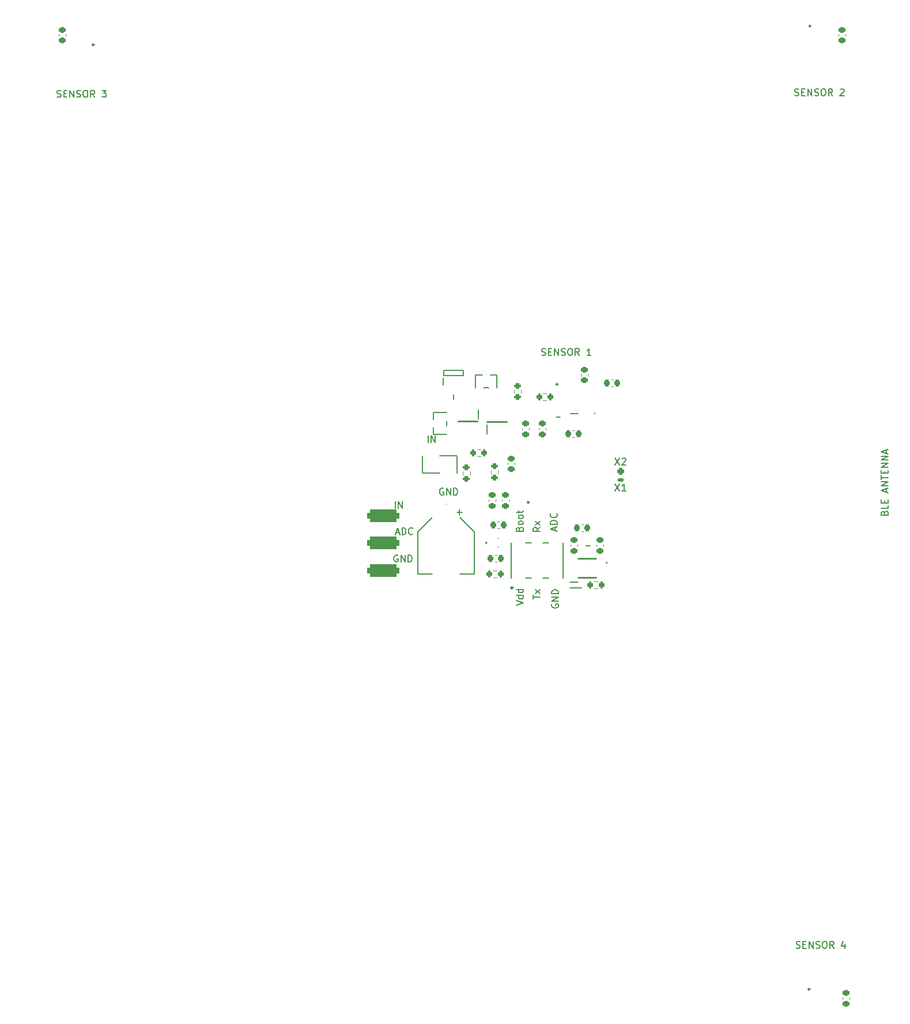
<source format=gto>
G04 #@! TF.GenerationSoftware,KiCad,Pcbnew,7.0.6*
G04 #@! TF.CreationDate,2023-08-25T15:25:40+01:00*
G04 #@! TF.ProjectId,gdp_flexible,6764705f-666c-4657-9869-626c652e6b69,1.0*
G04 #@! TF.SameCoordinates,Original*
G04 #@! TF.FileFunction,Legend,Top*
G04 #@! TF.FilePolarity,Positive*
%FSLAX46Y46*%
G04 Gerber Fmt 4.6, Leading zero omitted, Abs format (unit mm)*
G04 Created by KiCad (PCBNEW 7.0.6) date 2023-08-25 15:25:40*
%MOMM*%
%LPD*%
G01*
G04 APERTURE LIST*
G04 Aperture macros list*
%AMRoundRect*
0 Rectangle with rounded corners*
0 $1 Rounding radius*
0 $2 $3 $4 $5 $6 $7 $8 $9 X,Y pos of 4 corners*
0 Add a 4 corners polygon primitive as box body*
4,1,4,$2,$3,$4,$5,$6,$7,$8,$9,$2,$3,0*
0 Add four circle primitives for the rounded corners*
1,1,$1+$1,$2,$3*
1,1,$1+$1,$4,$5*
1,1,$1+$1,$6,$7*
1,1,$1+$1,$8,$9*
0 Add four rect primitives between the rounded corners*
20,1,$1+$1,$2,$3,$4,$5,0*
20,1,$1+$1,$4,$5,$6,$7,0*
20,1,$1+$1,$6,$7,$8,$9,0*
20,1,$1+$1,$8,$9,$2,$3,0*%
G04 Aperture macros list end*
%ADD10C,0.150000*%
%ADD11C,0.200000*%
%ADD12C,0.120000*%
%ADD13C,0.254000*%
%ADD14C,0.127000*%
%ADD15C,0.250000*%
%ADD16C,0.050000*%
%ADD17C,0.100000*%
%ADD18C,0.152400*%
%ADD19C,0.300000*%
%ADD20R,1.000000X0.675000*%
%ADD21RoundRect,0.225000X0.225000X0.250000X-0.225000X0.250000X-0.225000X-0.250000X0.225000X-0.250000X0*%
%ADD22R,0.900000X1.000000*%
%ADD23RoundRect,0.200000X-0.200000X-0.275000X0.200000X-0.275000X0.200000X0.275000X-0.200000X0.275000X0*%
%ADD24RoundRect,0.225000X-0.250000X0.225000X-0.250000X-0.225000X0.250000X-0.225000X0.250000X0.225000X0*%
%ADD25R,1.000000X0.950000*%
%ADD26R,0.600000X1.300000*%
%ADD27RoundRect,0.101600X0.460450X0.485100X-0.460450X0.485100X-0.460450X-0.485100X0.460450X-0.485100X0*%
%ADD28RoundRect,0.101600X-0.460450X-0.485100X0.460450X-0.485100X0.460450X0.485100X-0.460450X0.485100X0*%
%ADD29RoundRect,0.225000X0.250000X-0.225000X0.250000X0.225000X-0.250000X0.225000X-0.250000X-0.225000X0*%
%ADD30R,0.350000X0.600000*%
%ADD31R,1.700000X1.100000*%
%ADD32R,1.450000X1.200000*%
%ADD33RoundRect,0.101600X-0.485100X0.460450X-0.485100X-0.460450X0.485100X-0.460450X0.485100X0.460450X0*%
%ADD34RoundRect,0.450000X-1.926875X0.450000X-1.926875X-0.450000X1.926875X-0.450000X1.926875X0.450000X0*%
%ADD35R,0.700000X0.420000*%
%ADD36R,1.100000X1.700000*%
%ADD37R,0.600000X0.350000*%
%ADD38RoundRect,0.200000X0.275000X-0.200000X0.275000X0.200000X-0.275000X0.200000X-0.275000X-0.200000X0*%
%ADD39R,1.000000X2.510000*%
%ADD40R,2.000000X4.000000*%
%ADD41R,1.000000X1.250000*%
%ADD42RoundRect,0.101600X0.450000X0.485100X-0.450000X0.485100X-0.450000X-0.485100X0.450000X-0.485100X0*%
%ADD43RoundRect,0.101600X0.466300X0.485100X-0.466300X0.485100X-0.466300X-0.485100X0.466300X-0.485100X0*%
%ADD44RoundRect,0.125000X-0.375000X-0.125000X0.375000X-0.125000X0.375000X0.125000X-0.375000X0.125000X0*%
%ADD45RoundRect,0.101600X0.485100X-0.460450X0.485100X0.460450X-0.485100X0.460450X-0.485100X-0.460450X0*%
%ADD46R,0.482600X1.117600*%
%ADD47RoundRect,0.225000X-0.225000X-0.250000X0.225000X-0.250000X0.225000X0.250000X-0.225000X0.250000X0*%
%ADD48RoundRect,0.200000X-0.275000X0.200000X-0.275000X-0.200000X0.275000X-0.200000X0.275000X0.200000X0*%
%ADD49R,1.270000X2.200000*%
%ADD50R,0.850000X0.750000*%
%ADD51RoundRect,0.200000X0.200000X0.275000X-0.200000X0.275000X-0.200000X-0.275000X0.200000X-0.275000X0*%
%ADD52R,0.300000X0.850000*%
%ADD53R,0.850000X0.300000*%
%ADD54R,5.700000X5.700000*%
%ADD55RoundRect,0.250000X-0.250000X-0.250000X0.250000X-0.250000X0.250000X0.250000X-0.250000X0.250000X0*%
%ADD56R,0.600000X1.000000*%
%ADD57R,1.117600X0.482600*%
G04 APERTURE END LIST*
D10*
X105076191Y-93254819D02*
X105076191Y-92254819D01*
X105552381Y-93254819D02*
X105552381Y-92254819D01*
X105552381Y-92254819D02*
X106123809Y-93254819D01*
X106123809Y-93254819D02*
X106123809Y-92254819D01*
X172159673Y-103570716D02*
X172207292Y-103427859D01*
X172207292Y-103427859D02*
X172254911Y-103380240D01*
X172254911Y-103380240D02*
X172350149Y-103332621D01*
X172350149Y-103332621D02*
X172493006Y-103332621D01*
X172493006Y-103332621D02*
X172588244Y-103380240D01*
X172588244Y-103380240D02*
X172635864Y-103427859D01*
X172635864Y-103427859D02*
X172683483Y-103523097D01*
X172683483Y-103523097D02*
X172683483Y-103904049D01*
X172683483Y-103904049D02*
X171683483Y-103904049D01*
X171683483Y-103904049D02*
X171683483Y-103570716D01*
X171683483Y-103570716D02*
X171731102Y-103475478D01*
X171731102Y-103475478D02*
X171778721Y-103427859D01*
X171778721Y-103427859D02*
X171873959Y-103380240D01*
X171873959Y-103380240D02*
X171969197Y-103380240D01*
X171969197Y-103380240D02*
X172064435Y-103427859D01*
X172064435Y-103427859D02*
X172112054Y-103475478D01*
X172112054Y-103475478D02*
X172159673Y-103570716D01*
X172159673Y-103570716D02*
X172159673Y-103904049D01*
X172683483Y-102427859D02*
X172683483Y-102904049D01*
X172683483Y-102904049D02*
X171683483Y-102904049D01*
X172159673Y-102094525D02*
X172159673Y-101761192D01*
X172683483Y-101618335D02*
X172683483Y-102094525D01*
X172683483Y-102094525D02*
X171683483Y-102094525D01*
X171683483Y-102094525D02*
X171683483Y-101618335D01*
X172397768Y-100475477D02*
X172397768Y-99999287D01*
X172683483Y-100570715D02*
X171683483Y-100237382D01*
X171683483Y-100237382D02*
X172683483Y-99904049D01*
X172683483Y-99570715D02*
X171683483Y-99570715D01*
X171683483Y-99570715D02*
X172683483Y-98999287D01*
X172683483Y-98999287D02*
X171683483Y-98999287D01*
X171683483Y-98665953D02*
X171683483Y-98094525D01*
X172683483Y-98380239D02*
X171683483Y-98380239D01*
X172159673Y-97761191D02*
X172159673Y-97427858D01*
X172683483Y-97285001D02*
X172683483Y-97761191D01*
X172683483Y-97761191D02*
X171683483Y-97761191D01*
X171683483Y-97761191D02*
X171683483Y-97285001D01*
X172683483Y-96856429D02*
X171683483Y-96856429D01*
X171683483Y-96856429D02*
X172683483Y-96285001D01*
X172683483Y-96285001D02*
X171683483Y-96285001D01*
X172683483Y-95808810D02*
X171683483Y-95808810D01*
X171683483Y-95808810D02*
X172683483Y-95237382D01*
X172683483Y-95237382D02*
X171683483Y-95237382D01*
X172397768Y-94808810D02*
X172397768Y-94332620D01*
X172683483Y-94904048D02*
X171683483Y-94570715D01*
X171683483Y-94570715D02*
X172683483Y-94237382D01*
X123769104Y-106138094D02*
X123769104Y-105661904D01*
X124054819Y-106233332D02*
X123054819Y-105899999D01*
X123054819Y-105899999D02*
X124054819Y-105566666D01*
X124054819Y-105233332D02*
X123054819Y-105233332D01*
X123054819Y-105233332D02*
X123054819Y-104995237D01*
X123054819Y-104995237D02*
X123102438Y-104852380D01*
X123102438Y-104852380D02*
X123197676Y-104757142D01*
X123197676Y-104757142D02*
X123292914Y-104709523D01*
X123292914Y-104709523D02*
X123483390Y-104661904D01*
X123483390Y-104661904D02*
X123626247Y-104661904D01*
X123626247Y-104661904D02*
X123816723Y-104709523D01*
X123816723Y-104709523D02*
X123911961Y-104757142D01*
X123911961Y-104757142D02*
X124007200Y-104852380D01*
X124007200Y-104852380D02*
X124054819Y-104995237D01*
X124054819Y-104995237D02*
X124054819Y-105233332D01*
X123959580Y-103661904D02*
X124007200Y-103709523D01*
X124007200Y-103709523D02*
X124054819Y-103852380D01*
X124054819Y-103852380D02*
X124054819Y-103947618D01*
X124054819Y-103947618D02*
X124007200Y-104090475D01*
X124007200Y-104090475D02*
X123911961Y-104185713D01*
X123911961Y-104185713D02*
X123816723Y-104233332D01*
X123816723Y-104233332D02*
X123626247Y-104280951D01*
X123626247Y-104280951D02*
X123483390Y-104280951D01*
X123483390Y-104280951D02*
X123292914Y-104233332D01*
X123292914Y-104233332D02*
X123197676Y-104185713D01*
X123197676Y-104185713D02*
X123102438Y-104090475D01*
X123102438Y-104090475D02*
X123054819Y-103947618D01*
X123054819Y-103947618D02*
X123054819Y-103852380D01*
X123054819Y-103852380D02*
X123102438Y-103709523D01*
X123102438Y-103709523D02*
X123150057Y-103661904D01*
X109319048Y-103473866D02*
X110080953Y-103473866D01*
X109700000Y-103854819D02*
X109700000Y-103092914D01*
X107338095Y-100002438D02*
X107242857Y-99954819D01*
X107242857Y-99954819D02*
X107100000Y-99954819D01*
X107100000Y-99954819D02*
X106957143Y-100002438D01*
X106957143Y-100002438D02*
X106861905Y-100097676D01*
X106861905Y-100097676D02*
X106814286Y-100192914D01*
X106814286Y-100192914D02*
X106766667Y-100383390D01*
X106766667Y-100383390D02*
X106766667Y-100526247D01*
X106766667Y-100526247D02*
X106814286Y-100716723D01*
X106814286Y-100716723D02*
X106861905Y-100811961D01*
X106861905Y-100811961D02*
X106957143Y-100907200D01*
X106957143Y-100907200D02*
X107100000Y-100954819D01*
X107100000Y-100954819D02*
X107195238Y-100954819D01*
X107195238Y-100954819D02*
X107338095Y-100907200D01*
X107338095Y-100907200D02*
X107385714Y-100859580D01*
X107385714Y-100859580D02*
X107385714Y-100526247D01*
X107385714Y-100526247D02*
X107195238Y-100526247D01*
X107814286Y-100954819D02*
X107814286Y-99954819D01*
X107814286Y-99954819D02*
X108385714Y-100954819D01*
X108385714Y-100954819D02*
X108385714Y-99954819D01*
X108861905Y-100954819D02*
X108861905Y-99954819D01*
X108861905Y-99954819D02*
X109100000Y-99954819D01*
X109100000Y-99954819D02*
X109242857Y-100002438D01*
X109242857Y-100002438D02*
X109338095Y-100097676D01*
X109338095Y-100097676D02*
X109385714Y-100192914D01*
X109385714Y-100192914D02*
X109433333Y-100383390D01*
X109433333Y-100383390D02*
X109433333Y-100526247D01*
X109433333Y-100526247D02*
X109385714Y-100716723D01*
X109385714Y-100716723D02*
X109338095Y-100811961D01*
X109338095Y-100811961D02*
X109242857Y-100907200D01*
X109242857Y-100907200D02*
X109100000Y-100954819D01*
X109100000Y-100954819D02*
X108861905Y-100954819D01*
X100361905Y-106469104D02*
X100838095Y-106469104D01*
X100266667Y-106754819D02*
X100600000Y-105754819D01*
X100600000Y-105754819D02*
X100933333Y-106754819D01*
X101266667Y-106754819D02*
X101266667Y-105754819D01*
X101266667Y-105754819D02*
X101504762Y-105754819D01*
X101504762Y-105754819D02*
X101647619Y-105802438D01*
X101647619Y-105802438D02*
X101742857Y-105897676D01*
X101742857Y-105897676D02*
X101790476Y-105992914D01*
X101790476Y-105992914D02*
X101838095Y-106183390D01*
X101838095Y-106183390D02*
X101838095Y-106326247D01*
X101838095Y-106326247D02*
X101790476Y-106516723D01*
X101790476Y-106516723D02*
X101742857Y-106611961D01*
X101742857Y-106611961D02*
X101647619Y-106707200D01*
X101647619Y-106707200D02*
X101504762Y-106754819D01*
X101504762Y-106754819D02*
X101266667Y-106754819D01*
X102838095Y-106659580D02*
X102790476Y-106707200D01*
X102790476Y-106707200D02*
X102647619Y-106754819D01*
X102647619Y-106754819D02*
X102552381Y-106754819D01*
X102552381Y-106754819D02*
X102409524Y-106707200D01*
X102409524Y-106707200D02*
X102314286Y-106611961D01*
X102314286Y-106611961D02*
X102266667Y-106516723D01*
X102266667Y-106516723D02*
X102219048Y-106326247D01*
X102219048Y-106326247D02*
X102219048Y-106183390D01*
X102219048Y-106183390D02*
X102266667Y-105992914D01*
X102266667Y-105992914D02*
X102314286Y-105897676D01*
X102314286Y-105897676D02*
X102409524Y-105802438D01*
X102409524Y-105802438D02*
X102552381Y-105754819D01*
X102552381Y-105754819D02*
X102647619Y-105754819D01*
X102647619Y-105754819D02*
X102790476Y-105802438D01*
X102790476Y-105802438D02*
X102838095Y-105850057D01*
X50580952Y-42507200D02*
X50723809Y-42554819D01*
X50723809Y-42554819D02*
X50961904Y-42554819D01*
X50961904Y-42554819D02*
X51057142Y-42507200D01*
X51057142Y-42507200D02*
X51104761Y-42459580D01*
X51104761Y-42459580D02*
X51152380Y-42364342D01*
X51152380Y-42364342D02*
X51152380Y-42269104D01*
X51152380Y-42269104D02*
X51104761Y-42173866D01*
X51104761Y-42173866D02*
X51057142Y-42126247D01*
X51057142Y-42126247D02*
X50961904Y-42078628D01*
X50961904Y-42078628D02*
X50771428Y-42031009D01*
X50771428Y-42031009D02*
X50676190Y-41983390D01*
X50676190Y-41983390D02*
X50628571Y-41935771D01*
X50628571Y-41935771D02*
X50580952Y-41840533D01*
X50580952Y-41840533D02*
X50580952Y-41745295D01*
X50580952Y-41745295D02*
X50628571Y-41650057D01*
X50628571Y-41650057D02*
X50676190Y-41602438D01*
X50676190Y-41602438D02*
X50771428Y-41554819D01*
X50771428Y-41554819D02*
X51009523Y-41554819D01*
X51009523Y-41554819D02*
X51152380Y-41602438D01*
X51580952Y-42031009D02*
X51914285Y-42031009D01*
X52057142Y-42554819D02*
X51580952Y-42554819D01*
X51580952Y-42554819D02*
X51580952Y-41554819D01*
X51580952Y-41554819D02*
X52057142Y-41554819D01*
X52485714Y-42554819D02*
X52485714Y-41554819D01*
X52485714Y-41554819D02*
X53057142Y-42554819D01*
X53057142Y-42554819D02*
X53057142Y-41554819D01*
X53485714Y-42507200D02*
X53628571Y-42554819D01*
X53628571Y-42554819D02*
X53866666Y-42554819D01*
X53866666Y-42554819D02*
X53961904Y-42507200D01*
X53961904Y-42507200D02*
X54009523Y-42459580D01*
X54009523Y-42459580D02*
X54057142Y-42364342D01*
X54057142Y-42364342D02*
X54057142Y-42269104D01*
X54057142Y-42269104D02*
X54009523Y-42173866D01*
X54009523Y-42173866D02*
X53961904Y-42126247D01*
X53961904Y-42126247D02*
X53866666Y-42078628D01*
X53866666Y-42078628D02*
X53676190Y-42031009D01*
X53676190Y-42031009D02*
X53580952Y-41983390D01*
X53580952Y-41983390D02*
X53533333Y-41935771D01*
X53533333Y-41935771D02*
X53485714Y-41840533D01*
X53485714Y-41840533D02*
X53485714Y-41745295D01*
X53485714Y-41745295D02*
X53533333Y-41650057D01*
X53533333Y-41650057D02*
X53580952Y-41602438D01*
X53580952Y-41602438D02*
X53676190Y-41554819D01*
X53676190Y-41554819D02*
X53914285Y-41554819D01*
X53914285Y-41554819D02*
X54057142Y-41602438D01*
X54676190Y-41554819D02*
X54866666Y-41554819D01*
X54866666Y-41554819D02*
X54961904Y-41602438D01*
X54961904Y-41602438D02*
X55057142Y-41697676D01*
X55057142Y-41697676D02*
X55104761Y-41888152D01*
X55104761Y-41888152D02*
X55104761Y-42221485D01*
X55104761Y-42221485D02*
X55057142Y-42411961D01*
X55057142Y-42411961D02*
X54961904Y-42507200D01*
X54961904Y-42507200D02*
X54866666Y-42554819D01*
X54866666Y-42554819D02*
X54676190Y-42554819D01*
X54676190Y-42554819D02*
X54580952Y-42507200D01*
X54580952Y-42507200D02*
X54485714Y-42411961D01*
X54485714Y-42411961D02*
X54438095Y-42221485D01*
X54438095Y-42221485D02*
X54438095Y-41888152D01*
X54438095Y-41888152D02*
X54485714Y-41697676D01*
X54485714Y-41697676D02*
X54580952Y-41602438D01*
X54580952Y-41602438D02*
X54676190Y-41554819D01*
X56104761Y-42554819D02*
X55771428Y-42078628D01*
X55533333Y-42554819D02*
X55533333Y-41554819D01*
X55533333Y-41554819D02*
X55914285Y-41554819D01*
X55914285Y-41554819D02*
X56009523Y-41602438D01*
X56009523Y-41602438D02*
X56057142Y-41650057D01*
X56057142Y-41650057D02*
X56104761Y-41745295D01*
X56104761Y-41745295D02*
X56104761Y-41888152D01*
X56104761Y-41888152D02*
X56057142Y-41983390D01*
X56057142Y-41983390D02*
X56009523Y-42031009D01*
X56009523Y-42031009D02*
X55914285Y-42078628D01*
X55914285Y-42078628D02*
X55533333Y-42078628D01*
X57200000Y-41554819D02*
X57819047Y-41554819D01*
X57819047Y-41554819D02*
X57485714Y-41935771D01*
X57485714Y-41935771D02*
X57628571Y-41935771D01*
X57628571Y-41935771D02*
X57723809Y-41983390D01*
X57723809Y-41983390D02*
X57771428Y-42031009D01*
X57771428Y-42031009D02*
X57819047Y-42126247D01*
X57819047Y-42126247D02*
X57819047Y-42364342D01*
X57819047Y-42364342D02*
X57771428Y-42459580D01*
X57771428Y-42459580D02*
X57723809Y-42507200D01*
X57723809Y-42507200D02*
X57628571Y-42554819D01*
X57628571Y-42554819D02*
X57342857Y-42554819D01*
X57342857Y-42554819D02*
X57247619Y-42507200D01*
X57247619Y-42507200D02*
X57200000Y-42459580D01*
X159180952Y-167407200D02*
X159323809Y-167454819D01*
X159323809Y-167454819D02*
X159561904Y-167454819D01*
X159561904Y-167454819D02*
X159657142Y-167407200D01*
X159657142Y-167407200D02*
X159704761Y-167359580D01*
X159704761Y-167359580D02*
X159752380Y-167264342D01*
X159752380Y-167264342D02*
X159752380Y-167169104D01*
X159752380Y-167169104D02*
X159704761Y-167073866D01*
X159704761Y-167073866D02*
X159657142Y-167026247D01*
X159657142Y-167026247D02*
X159561904Y-166978628D01*
X159561904Y-166978628D02*
X159371428Y-166931009D01*
X159371428Y-166931009D02*
X159276190Y-166883390D01*
X159276190Y-166883390D02*
X159228571Y-166835771D01*
X159228571Y-166835771D02*
X159180952Y-166740533D01*
X159180952Y-166740533D02*
X159180952Y-166645295D01*
X159180952Y-166645295D02*
X159228571Y-166550057D01*
X159228571Y-166550057D02*
X159276190Y-166502438D01*
X159276190Y-166502438D02*
X159371428Y-166454819D01*
X159371428Y-166454819D02*
X159609523Y-166454819D01*
X159609523Y-166454819D02*
X159752380Y-166502438D01*
X160180952Y-166931009D02*
X160514285Y-166931009D01*
X160657142Y-167454819D02*
X160180952Y-167454819D01*
X160180952Y-167454819D02*
X160180952Y-166454819D01*
X160180952Y-166454819D02*
X160657142Y-166454819D01*
X161085714Y-167454819D02*
X161085714Y-166454819D01*
X161085714Y-166454819D02*
X161657142Y-167454819D01*
X161657142Y-167454819D02*
X161657142Y-166454819D01*
X162085714Y-167407200D02*
X162228571Y-167454819D01*
X162228571Y-167454819D02*
X162466666Y-167454819D01*
X162466666Y-167454819D02*
X162561904Y-167407200D01*
X162561904Y-167407200D02*
X162609523Y-167359580D01*
X162609523Y-167359580D02*
X162657142Y-167264342D01*
X162657142Y-167264342D02*
X162657142Y-167169104D01*
X162657142Y-167169104D02*
X162609523Y-167073866D01*
X162609523Y-167073866D02*
X162561904Y-167026247D01*
X162561904Y-167026247D02*
X162466666Y-166978628D01*
X162466666Y-166978628D02*
X162276190Y-166931009D01*
X162276190Y-166931009D02*
X162180952Y-166883390D01*
X162180952Y-166883390D02*
X162133333Y-166835771D01*
X162133333Y-166835771D02*
X162085714Y-166740533D01*
X162085714Y-166740533D02*
X162085714Y-166645295D01*
X162085714Y-166645295D02*
X162133333Y-166550057D01*
X162133333Y-166550057D02*
X162180952Y-166502438D01*
X162180952Y-166502438D02*
X162276190Y-166454819D01*
X162276190Y-166454819D02*
X162514285Y-166454819D01*
X162514285Y-166454819D02*
X162657142Y-166502438D01*
X163276190Y-166454819D02*
X163466666Y-166454819D01*
X163466666Y-166454819D02*
X163561904Y-166502438D01*
X163561904Y-166502438D02*
X163657142Y-166597676D01*
X163657142Y-166597676D02*
X163704761Y-166788152D01*
X163704761Y-166788152D02*
X163704761Y-167121485D01*
X163704761Y-167121485D02*
X163657142Y-167311961D01*
X163657142Y-167311961D02*
X163561904Y-167407200D01*
X163561904Y-167407200D02*
X163466666Y-167454819D01*
X163466666Y-167454819D02*
X163276190Y-167454819D01*
X163276190Y-167454819D02*
X163180952Y-167407200D01*
X163180952Y-167407200D02*
X163085714Y-167311961D01*
X163085714Y-167311961D02*
X163038095Y-167121485D01*
X163038095Y-167121485D02*
X163038095Y-166788152D01*
X163038095Y-166788152D02*
X163085714Y-166597676D01*
X163085714Y-166597676D02*
X163180952Y-166502438D01*
X163180952Y-166502438D02*
X163276190Y-166454819D01*
X164704761Y-167454819D02*
X164371428Y-166978628D01*
X164133333Y-167454819D02*
X164133333Y-166454819D01*
X164133333Y-166454819D02*
X164514285Y-166454819D01*
X164514285Y-166454819D02*
X164609523Y-166502438D01*
X164609523Y-166502438D02*
X164657142Y-166550057D01*
X164657142Y-166550057D02*
X164704761Y-166645295D01*
X164704761Y-166645295D02*
X164704761Y-166788152D01*
X164704761Y-166788152D02*
X164657142Y-166883390D01*
X164657142Y-166883390D02*
X164609523Y-166931009D01*
X164609523Y-166931009D02*
X164514285Y-166978628D01*
X164514285Y-166978628D02*
X164133333Y-166978628D01*
X166323809Y-166788152D02*
X166323809Y-167454819D01*
X166085714Y-166407200D02*
X165847619Y-167121485D01*
X165847619Y-167121485D02*
X166466666Y-167121485D01*
X100276191Y-102854819D02*
X100276191Y-101854819D01*
X100752381Y-102854819D02*
X100752381Y-101854819D01*
X100752381Y-101854819D02*
X101323809Y-102854819D01*
X101323809Y-102854819D02*
X101323809Y-101854819D01*
X121780952Y-80407200D02*
X121923809Y-80454819D01*
X121923809Y-80454819D02*
X122161904Y-80454819D01*
X122161904Y-80454819D02*
X122257142Y-80407200D01*
X122257142Y-80407200D02*
X122304761Y-80359580D01*
X122304761Y-80359580D02*
X122352380Y-80264342D01*
X122352380Y-80264342D02*
X122352380Y-80169104D01*
X122352380Y-80169104D02*
X122304761Y-80073866D01*
X122304761Y-80073866D02*
X122257142Y-80026247D01*
X122257142Y-80026247D02*
X122161904Y-79978628D01*
X122161904Y-79978628D02*
X121971428Y-79931009D01*
X121971428Y-79931009D02*
X121876190Y-79883390D01*
X121876190Y-79883390D02*
X121828571Y-79835771D01*
X121828571Y-79835771D02*
X121780952Y-79740533D01*
X121780952Y-79740533D02*
X121780952Y-79645295D01*
X121780952Y-79645295D02*
X121828571Y-79550057D01*
X121828571Y-79550057D02*
X121876190Y-79502438D01*
X121876190Y-79502438D02*
X121971428Y-79454819D01*
X121971428Y-79454819D02*
X122209523Y-79454819D01*
X122209523Y-79454819D02*
X122352380Y-79502438D01*
X122780952Y-79931009D02*
X123114285Y-79931009D01*
X123257142Y-80454819D02*
X122780952Y-80454819D01*
X122780952Y-80454819D02*
X122780952Y-79454819D01*
X122780952Y-79454819D02*
X123257142Y-79454819D01*
X123685714Y-80454819D02*
X123685714Y-79454819D01*
X123685714Y-79454819D02*
X124257142Y-80454819D01*
X124257142Y-80454819D02*
X124257142Y-79454819D01*
X124685714Y-80407200D02*
X124828571Y-80454819D01*
X124828571Y-80454819D02*
X125066666Y-80454819D01*
X125066666Y-80454819D02*
X125161904Y-80407200D01*
X125161904Y-80407200D02*
X125209523Y-80359580D01*
X125209523Y-80359580D02*
X125257142Y-80264342D01*
X125257142Y-80264342D02*
X125257142Y-80169104D01*
X125257142Y-80169104D02*
X125209523Y-80073866D01*
X125209523Y-80073866D02*
X125161904Y-80026247D01*
X125161904Y-80026247D02*
X125066666Y-79978628D01*
X125066666Y-79978628D02*
X124876190Y-79931009D01*
X124876190Y-79931009D02*
X124780952Y-79883390D01*
X124780952Y-79883390D02*
X124733333Y-79835771D01*
X124733333Y-79835771D02*
X124685714Y-79740533D01*
X124685714Y-79740533D02*
X124685714Y-79645295D01*
X124685714Y-79645295D02*
X124733333Y-79550057D01*
X124733333Y-79550057D02*
X124780952Y-79502438D01*
X124780952Y-79502438D02*
X124876190Y-79454819D01*
X124876190Y-79454819D02*
X125114285Y-79454819D01*
X125114285Y-79454819D02*
X125257142Y-79502438D01*
X125876190Y-79454819D02*
X126066666Y-79454819D01*
X126066666Y-79454819D02*
X126161904Y-79502438D01*
X126161904Y-79502438D02*
X126257142Y-79597676D01*
X126257142Y-79597676D02*
X126304761Y-79788152D01*
X126304761Y-79788152D02*
X126304761Y-80121485D01*
X126304761Y-80121485D02*
X126257142Y-80311961D01*
X126257142Y-80311961D02*
X126161904Y-80407200D01*
X126161904Y-80407200D02*
X126066666Y-80454819D01*
X126066666Y-80454819D02*
X125876190Y-80454819D01*
X125876190Y-80454819D02*
X125780952Y-80407200D01*
X125780952Y-80407200D02*
X125685714Y-80311961D01*
X125685714Y-80311961D02*
X125638095Y-80121485D01*
X125638095Y-80121485D02*
X125638095Y-79788152D01*
X125638095Y-79788152D02*
X125685714Y-79597676D01*
X125685714Y-79597676D02*
X125780952Y-79502438D01*
X125780952Y-79502438D02*
X125876190Y-79454819D01*
X127304761Y-80454819D02*
X126971428Y-79978628D01*
X126733333Y-80454819D02*
X126733333Y-79454819D01*
X126733333Y-79454819D02*
X127114285Y-79454819D01*
X127114285Y-79454819D02*
X127209523Y-79502438D01*
X127209523Y-79502438D02*
X127257142Y-79550057D01*
X127257142Y-79550057D02*
X127304761Y-79645295D01*
X127304761Y-79645295D02*
X127304761Y-79788152D01*
X127304761Y-79788152D02*
X127257142Y-79883390D01*
X127257142Y-79883390D02*
X127209523Y-79931009D01*
X127209523Y-79931009D02*
X127114285Y-79978628D01*
X127114285Y-79978628D02*
X126733333Y-79978628D01*
X129019047Y-80454819D02*
X128447619Y-80454819D01*
X128733333Y-80454819D02*
X128733333Y-79454819D01*
X128733333Y-79454819D02*
X128638095Y-79597676D01*
X128638095Y-79597676D02*
X128542857Y-79692914D01*
X128542857Y-79692914D02*
X128447619Y-79740533D01*
X118054819Y-117138094D02*
X119054819Y-116804761D01*
X119054819Y-116804761D02*
X118054819Y-116471428D01*
X119054819Y-115709523D02*
X118054819Y-115709523D01*
X119007200Y-115709523D02*
X119054819Y-115804761D01*
X119054819Y-115804761D02*
X119054819Y-115995237D01*
X119054819Y-115995237D02*
X119007200Y-116090475D01*
X119007200Y-116090475D02*
X118959580Y-116138094D01*
X118959580Y-116138094D02*
X118864342Y-116185713D01*
X118864342Y-116185713D02*
X118578628Y-116185713D01*
X118578628Y-116185713D02*
X118483390Y-116138094D01*
X118483390Y-116138094D02*
X118435771Y-116090475D01*
X118435771Y-116090475D02*
X118388152Y-115995237D01*
X118388152Y-115995237D02*
X118388152Y-115804761D01*
X118388152Y-115804761D02*
X118435771Y-115709523D01*
X119054819Y-114804761D02*
X118054819Y-114804761D01*
X119007200Y-114804761D02*
X119054819Y-114899999D01*
X119054819Y-114899999D02*
X119054819Y-115090475D01*
X119054819Y-115090475D02*
X119007200Y-115185713D01*
X119007200Y-115185713D02*
X118959580Y-115233332D01*
X118959580Y-115233332D02*
X118864342Y-115280951D01*
X118864342Y-115280951D02*
X118578628Y-115280951D01*
X118578628Y-115280951D02*
X118483390Y-115233332D01*
X118483390Y-115233332D02*
X118435771Y-115185713D01*
X118435771Y-115185713D02*
X118388152Y-115090475D01*
X118388152Y-115090475D02*
X118388152Y-114899999D01*
X118388152Y-114899999D02*
X118435771Y-114804761D01*
X123302438Y-116961904D02*
X123254819Y-117057142D01*
X123254819Y-117057142D02*
X123254819Y-117199999D01*
X123254819Y-117199999D02*
X123302438Y-117342856D01*
X123302438Y-117342856D02*
X123397676Y-117438094D01*
X123397676Y-117438094D02*
X123492914Y-117485713D01*
X123492914Y-117485713D02*
X123683390Y-117533332D01*
X123683390Y-117533332D02*
X123826247Y-117533332D01*
X123826247Y-117533332D02*
X124016723Y-117485713D01*
X124016723Y-117485713D02*
X124111961Y-117438094D01*
X124111961Y-117438094D02*
X124207200Y-117342856D01*
X124207200Y-117342856D02*
X124254819Y-117199999D01*
X124254819Y-117199999D02*
X124254819Y-117104761D01*
X124254819Y-117104761D02*
X124207200Y-116961904D01*
X124207200Y-116961904D02*
X124159580Y-116914285D01*
X124159580Y-116914285D02*
X123826247Y-116914285D01*
X123826247Y-116914285D02*
X123826247Y-117104761D01*
X124254819Y-116485713D02*
X123254819Y-116485713D01*
X123254819Y-116485713D02*
X124254819Y-115914285D01*
X124254819Y-115914285D02*
X123254819Y-115914285D01*
X124254819Y-115438094D02*
X123254819Y-115438094D01*
X123254819Y-115438094D02*
X123254819Y-115199999D01*
X123254819Y-115199999D02*
X123302438Y-115057142D01*
X123302438Y-115057142D02*
X123397676Y-114961904D01*
X123397676Y-114961904D02*
X123492914Y-114914285D01*
X123492914Y-114914285D02*
X123683390Y-114866666D01*
X123683390Y-114866666D02*
X123826247Y-114866666D01*
X123826247Y-114866666D02*
X124016723Y-114914285D01*
X124016723Y-114914285D02*
X124111961Y-114961904D01*
X124111961Y-114961904D02*
X124207200Y-115057142D01*
X124207200Y-115057142D02*
X124254819Y-115199999D01*
X124254819Y-115199999D02*
X124254819Y-115438094D01*
X118531009Y-105919047D02*
X118578628Y-105776190D01*
X118578628Y-105776190D02*
X118626247Y-105728571D01*
X118626247Y-105728571D02*
X118721485Y-105680952D01*
X118721485Y-105680952D02*
X118864342Y-105680952D01*
X118864342Y-105680952D02*
X118959580Y-105728571D01*
X118959580Y-105728571D02*
X119007200Y-105776190D01*
X119007200Y-105776190D02*
X119054819Y-105871428D01*
X119054819Y-105871428D02*
X119054819Y-106252380D01*
X119054819Y-106252380D02*
X118054819Y-106252380D01*
X118054819Y-106252380D02*
X118054819Y-105919047D01*
X118054819Y-105919047D02*
X118102438Y-105823809D01*
X118102438Y-105823809D02*
X118150057Y-105776190D01*
X118150057Y-105776190D02*
X118245295Y-105728571D01*
X118245295Y-105728571D02*
X118340533Y-105728571D01*
X118340533Y-105728571D02*
X118435771Y-105776190D01*
X118435771Y-105776190D02*
X118483390Y-105823809D01*
X118483390Y-105823809D02*
X118531009Y-105919047D01*
X118531009Y-105919047D02*
X118531009Y-106252380D01*
X119054819Y-105109523D02*
X119007200Y-105204761D01*
X119007200Y-105204761D02*
X118959580Y-105252380D01*
X118959580Y-105252380D02*
X118864342Y-105299999D01*
X118864342Y-105299999D02*
X118578628Y-105299999D01*
X118578628Y-105299999D02*
X118483390Y-105252380D01*
X118483390Y-105252380D02*
X118435771Y-105204761D01*
X118435771Y-105204761D02*
X118388152Y-105109523D01*
X118388152Y-105109523D02*
X118388152Y-104966666D01*
X118388152Y-104966666D02*
X118435771Y-104871428D01*
X118435771Y-104871428D02*
X118483390Y-104823809D01*
X118483390Y-104823809D02*
X118578628Y-104776190D01*
X118578628Y-104776190D02*
X118864342Y-104776190D01*
X118864342Y-104776190D02*
X118959580Y-104823809D01*
X118959580Y-104823809D02*
X119007200Y-104871428D01*
X119007200Y-104871428D02*
X119054819Y-104966666D01*
X119054819Y-104966666D02*
X119054819Y-105109523D01*
X119054819Y-104204761D02*
X119007200Y-104299999D01*
X119007200Y-104299999D02*
X118959580Y-104347618D01*
X118959580Y-104347618D02*
X118864342Y-104395237D01*
X118864342Y-104395237D02*
X118578628Y-104395237D01*
X118578628Y-104395237D02*
X118483390Y-104347618D01*
X118483390Y-104347618D02*
X118435771Y-104299999D01*
X118435771Y-104299999D02*
X118388152Y-104204761D01*
X118388152Y-104204761D02*
X118388152Y-104061904D01*
X118388152Y-104061904D02*
X118435771Y-103966666D01*
X118435771Y-103966666D02*
X118483390Y-103919047D01*
X118483390Y-103919047D02*
X118578628Y-103871428D01*
X118578628Y-103871428D02*
X118864342Y-103871428D01*
X118864342Y-103871428D02*
X118959580Y-103919047D01*
X118959580Y-103919047D02*
X119007200Y-103966666D01*
X119007200Y-103966666D02*
X119054819Y-104061904D01*
X119054819Y-104061904D02*
X119054819Y-104204761D01*
X118388152Y-103585713D02*
X118388152Y-103204761D01*
X118054819Y-103442856D02*
X118911961Y-103442856D01*
X118911961Y-103442856D02*
X119007200Y-103395237D01*
X119007200Y-103395237D02*
X119054819Y-103299999D01*
X119054819Y-103299999D02*
X119054819Y-103204761D01*
X121554819Y-105695238D02*
X121078628Y-106028571D01*
X121554819Y-106266666D02*
X120554819Y-106266666D01*
X120554819Y-106266666D02*
X120554819Y-105885714D01*
X120554819Y-105885714D02*
X120602438Y-105790476D01*
X120602438Y-105790476D02*
X120650057Y-105742857D01*
X120650057Y-105742857D02*
X120745295Y-105695238D01*
X120745295Y-105695238D02*
X120888152Y-105695238D01*
X120888152Y-105695238D02*
X120983390Y-105742857D01*
X120983390Y-105742857D02*
X121031009Y-105790476D01*
X121031009Y-105790476D02*
X121078628Y-105885714D01*
X121078628Y-105885714D02*
X121078628Y-106266666D01*
X121554819Y-105361904D02*
X120888152Y-104838095D01*
X120888152Y-105361904D02*
X121554819Y-104838095D01*
X100638095Y-109802438D02*
X100542857Y-109754819D01*
X100542857Y-109754819D02*
X100400000Y-109754819D01*
X100400000Y-109754819D02*
X100257143Y-109802438D01*
X100257143Y-109802438D02*
X100161905Y-109897676D01*
X100161905Y-109897676D02*
X100114286Y-109992914D01*
X100114286Y-109992914D02*
X100066667Y-110183390D01*
X100066667Y-110183390D02*
X100066667Y-110326247D01*
X100066667Y-110326247D02*
X100114286Y-110516723D01*
X100114286Y-110516723D02*
X100161905Y-110611961D01*
X100161905Y-110611961D02*
X100257143Y-110707200D01*
X100257143Y-110707200D02*
X100400000Y-110754819D01*
X100400000Y-110754819D02*
X100495238Y-110754819D01*
X100495238Y-110754819D02*
X100638095Y-110707200D01*
X100638095Y-110707200D02*
X100685714Y-110659580D01*
X100685714Y-110659580D02*
X100685714Y-110326247D01*
X100685714Y-110326247D02*
X100495238Y-110326247D01*
X101114286Y-110754819D02*
X101114286Y-109754819D01*
X101114286Y-109754819D02*
X101685714Y-110754819D01*
X101685714Y-110754819D02*
X101685714Y-109754819D01*
X102161905Y-110754819D02*
X102161905Y-109754819D01*
X102161905Y-109754819D02*
X102400000Y-109754819D01*
X102400000Y-109754819D02*
X102542857Y-109802438D01*
X102542857Y-109802438D02*
X102638095Y-109897676D01*
X102638095Y-109897676D02*
X102685714Y-109992914D01*
X102685714Y-109992914D02*
X102733333Y-110183390D01*
X102733333Y-110183390D02*
X102733333Y-110326247D01*
X102733333Y-110326247D02*
X102685714Y-110516723D01*
X102685714Y-110516723D02*
X102638095Y-110611961D01*
X102638095Y-110611961D02*
X102542857Y-110707200D01*
X102542857Y-110707200D02*
X102400000Y-110754819D01*
X102400000Y-110754819D02*
X102161905Y-110754819D01*
X158980952Y-42307200D02*
X159123809Y-42354819D01*
X159123809Y-42354819D02*
X159361904Y-42354819D01*
X159361904Y-42354819D02*
X159457142Y-42307200D01*
X159457142Y-42307200D02*
X159504761Y-42259580D01*
X159504761Y-42259580D02*
X159552380Y-42164342D01*
X159552380Y-42164342D02*
X159552380Y-42069104D01*
X159552380Y-42069104D02*
X159504761Y-41973866D01*
X159504761Y-41973866D02*
X159457142Y-41926247D01*
X159457142Y-41926247D02*
X159361904Y-41878628D01*
X159361904Y-41878628D02*
X159171428Y-41831009D01*
X159171428Y-41831009D02*
X159076190Y-41783390D01*
X159076190Y-41783390D02*
X159028571Y-41735771D01*
X159028571Y-41735771D02*
X158980952Y-41640533D01*
X158980952Y-41640533D02*
X158980952Y-41545295D01*
X158980952Y-41545295D02*
X159028571Y-41450057D01*
X159028571Y-41450057D02*
X159076190Y-41402438D01*
X159076190Y-41402438D02*
X159171428Y-41354819D01*
X159171428Y-41354819D02*
X159409523Y-41354819D01*
X159409523Y-41354819D02*
X159552380Y-41402438D01*
X159980952Y-41831009D02*
X160314285Y-41831009D01*
X160457142Y-42354819D02*
X159980952Y-42354819D01*
X159980952Y-42354819D02*
X159980952Y-41354819D01*
X159980952Y-41354819D02*
X160457142Y-41354819D01*
X160885714Y-42354819D02*
X160885714Y-41354819D01*
X160885714Y-41354819D02*
X161457142Y-42354819D01*
X161457142Y-42354819D02*
X161457142Y-41354819D01*
X161885714Y-42307200D02*
X162028571Y-42354819D01*
X162028571Y-42354819D02*
X162266666Y-42354819D01*
X162266666Y-42354819D02*
X162361904Y-42307200D01*
X162361904Y-42307200D02*
X162409523Y-42259580D01*
X162409523Y-42259580D02*
X162457142Y-42164342D01*
X162457142Y-42164342D02*
X162457142Y-42069104D01*
X162457142Y-42069104D02*
X162409523Y-41973866D01*
X162409523Y-41973866D02*
X162361904Y-41926247D01*
X162361904Y-41926247D02*
X162266666Y-41878628D01*
X162266666Y-41878628D02*
X162076190Y-41831009D01*
X162076190Y-41831009D02*
X161980952Y-41783390D01*
X161980952Y-41783390D02*
X161933333Y-41735771D01*
X161933333Y-41735771D02*
X161885714Y-41640533D01*
X161885714Y-41640533D02*
X161885714Y-41545295D01*
X161885714Y-41545295D02*
X161933333Y-41450057D01*
X161933333Y-41450057D02*
X161980952Y-41402438D01*
X161980952Y-41402438D02*
X162076190Y-41354819D01*
X162076190Y-41354819D02*
X162314285Y-41354819D01*
X162314285Y-41354819D02*
X162457142Y-41402438D01*
X163076190Y-41354819D02*
X163266666Y-41354819D01*
X163266666Y-41354819D02*
X163361904Y-41402438D01*
X163361904Y-41402438D02*
X163457142Y-41497676D01*
X163457142Y-41497676D02*
X163504761Y-41688152D01*
X163504761Y-41688152D02*
X163504761Y-42021485D01*
X163504761Y-42021485D02*
X163457142Y-42211961D01*
X163457142Y-42211961D02*
X163361904Y-42307200D01*
X163361904Y-42307200D02*
X163266666Y-42354819D01*
X163266666Y-42354819D02*
X163076190Y-42354819D01*
X163076190Y-42354819D02*
X162980952Y-42307200D01*
X162980952Y-42307200D02*
X162885714Y-42211961D01*
X162885714Y-42211961D02*
X162838095Y-42021485D01*
X162838095Y-42021485D02*
X162838095Y-41688152D01*
X162838095Y-41688152D02*
X162885714Y-41497676D01*
X162885714Y-41497676D02*
X162980952Y-41402438D01*
X162980952Y-41402438D02*
X163076190Y-41354819D01*
X164504761Y-42354819D02*
X164171428Y-41878628D01*
X163933333Y-42354819D02*
X163933333Y-41354819D01*
X163933333Y-41354819D02*
X164314285Y-41354819D01*
X164314285Y-41354819D02*
X164409523Y-41402438D01*
X164409523Y-41402438D02*
X164457142Y-41450057D01*
X164457142Y-41450057D02*
X164504761Y-41545295D01*
X164504761Y-41545295D02*
X164504761Y-41688152D01*
X164504761Y-41688152D02*
X164457142Y-41783390D01*
X164457142Y-41783390D02*
X164409523Y-41831009D01*
X164409523Y-41831009D02*
X164314285Y-41878628D01*
X164314285Y-41878628D02*
X163933333Y-41878628D01*
X165647619Y-41450057D02*
X165695238Y-41402438D01*
X165695238Y-41402438D02*
X165790476Y-41354819D01*
X165790476Y-41354819D02*
X166028571Y-41354819D01*
X166028571Y-41354819D02*
X166123809Y-41402438D01*
X166123809Y-41402438D02*
X166171428Y-41450057D01*
X166171428Y-41450057D02*
X166219047Y-41545295D01*
X166219047Y-41545295D02*
X166219047Y-41640533D01*
X166219047Y-41640533D02*
X166171428Y-41783390D01*
X166171428Y-41783390D02*
X165600000Y-42354819D01*
X165600000Y-42354819D02*
X166219047Y-42354819D01*
X120554819Y-116190475D02*
X120554819Y-115619047D01*
X121554819Y-115904761D02*
X120554819Y-115904761D01*
X121554819Y-115380951D02*
X120888152Y-114857142D01*
X120888152Y-115380951D02*
X121554819Y-114857142D01*
X132575031Y-99340819D02*
X133241697Y-100340819D01*
X133241697Y-99340819D02*
X132575031Y-100340819D01*
X134146459Y-100340819D02*
X133575031Y-100340819D01*
X133860745Y-100340819D02*
X133860745Y-99340819D01*
X133860745Y-99340819D02*
X133765507Y-99483676D01*
X133765507Y-99483676D02*
X133670269Y-99578914D01*
X133670269Y-99578914D02*
X133575031Y-99626533D01*
X132575031Y-95530819D02*
X133241697Y-96530819D01*
X133241697Y-95530819D02*
X132575031Y-96530819D01*
X133575031Y-95626057D02*
X133622650Y-95578438D01*
X133622650Y-95578438D02*
X133717888Y-95530819D01*
X133717888Y-95530819D02*
X133955983Y-95530819D01*
X133955983Y-95530819D02*
X134051221Y-95578438D01*
X134051221Y-95578438D02*
X134098840Y-95626057D01*
X134098840Y-95626057D02*
X134146459Y-95721295D01*
X134146459Y-95721295D02*
X134146459Y-95816533D01*
X134146459Y-95816533D02*
X134098840Y-95959390D01*
X134098840Y-95959390D02*
X133527412Y-96530819D01*
X133527412Y-96530819D02*
X134146459Y-96530819D01*
D11*
X123942220Y-89541218D02*
X124542220Y-89541218D01*
D12*
X132282800Y-85051218D02*
X132001640Y-85051218D01*
X132282800Y-84031218D02*
X132001640Y-84031218D01*
D13*
X129742220Y-113041218D02*
X127142220Y-113041218D01*
X129742220Y-110241218D02*
X127142220Y-110241218D01*
X131330220Y-110893218D02*
G75*
G03*
X131330220Y-110893218I-37000J0D01*
G01*
D12*
X129504962Y-113618718D02*
X129979478Y-113618718D01*
X129504962Y-114663718D02*
X129979478Y-114663718D01*
X50832220Y-33300638D02*
X50832220Y-33581798D01*
X51852220Y-33300638D02*
X51852220Y-33581798D01*
D11*
X128308841Y-108354160D02*
X128908841Y-108354160D01*
D12*
X128552220Y-83200638D02*
X128552220Y-83481798D01*
X127532220Y-83200638D02*
X127532220Y-83481798D01*
D11*
X112442220Y-88441218D02*
X112442220Y-89741218D01*
X112402220Y-90091218D02*
X112402220Y-90191218D01*
X109482220Y-90091218D02*
X112402220Y-90091218D01*
X112402220Y-90191218D02*
X109482220Y-90191218D01*
X109482220Y-90191218D02*
X109482220Y-90091218D01*
D14*
X68482450Y-107319100D02*
X70232450Y-107319100D01*
X68482450Y-105720900D02*
X70232450Y-105720900D01*
X67205000Y-105720900D02*
X65455000Y-105720900D01*
X67205000Y-107319100D02*
X65455000Y-107319100D01*
D12*
X114032220Y-101881798D02*
X114032220Y-101600638D01*
X115052220Y-101881798D02*
X115052220Y-101600638D01*
D15*
X124142220Y-84691218D02*
G75*
G03*
X124142220Y-84691218I-125000J0D01*
G01*
D12*
X165990000Y-174940580D02*
X165990000Y-174659420D01*
X167010000Y-174940580D02*
X167010000Y-174659420D01*
D11*
X127109672Y-89041218D02*
X126059672Y-89041218D01*
D14*
X52164200Y-108195000D02*
X52164200Y-106445000D01*
X50566000Y-108195000D02*
X50566000Y-106445000D01*
D11*
X127617220Y-114541218D02*
X125942220Y-114541218D01*
X127142220Y-113741218D02*
X125942220Y-113741218D01*
D15*
X56017220Y-34866218D02*
G75*
G03*
X56017220Y-34866218I-125000J0D01*
G01*
D12*
X165432220Y-33581798D02*
X165432220Y-33300638D01*
X166452220Y-33581798D02*
X166452220Y-33300638D01*
X117719720Y-85978476D02*
X117719720Y-85503960D01*
X118764720Y-85978476D02*
X118764720Y-85503960D01*
D11*
X104302220Y-95191218D02*
X104302220Y-97691218D01*
X104302220Y-97691218D02*
X106842220Y-97691218D01*
X109382220Y-95191218D02*
X106842220Y-95191218D01*
X109382220Y-97691218D02*
X109382220Y-95191218D01*
D12*
X126032220Y-108481798D02*
X126032220Y-108200638D01*
X127052220Y-108481798D02*
X127052220Y-108200638D01*
D14*
X72164200Y-108195000D02*
X72164200Y-106445000D01*
X70566000Y-108195000D02*
X70566000Y-106445000D01*
D16*
X107742220Y-102216218D02*
X107742220Y-102216218D01*
X107742220Y-102266218D02*
X107742220Y-102266218D01*
D11*
X109742220Y-104241218D02*
X111892220Y-106391218D01*
X105742220Y-104241218D02*
X103592220Y-106391218D01*
X111892220Y-106391218D02*
X111892220Y-112541218D01*
X103592220Y-106391218D02*
X103592220Y-112541218D01*
X111892220Y-112541218D02*
X109742220Y-112541218D01*
X103592220Y-112541218D02*
X105742220Y-112541218D01*
D16*
X107742220Y-102266218D02*
G75*
G03*
X107742220Y-102216218I0J25000D01*
G01*
X107742220Y-102216218D02*
G75*
G03*
X107742220Y-102266218I0J-25000D01*
G01*
D11*
X113642220Y-107841218D02*
X113642220Y-107841218D01*
X113642220Y-107841218D02*
X113642220Y-107841218D01*
X113642220Y-108041218D02*
X113642220Y-108041218D01*
D17*
X115242220Y-107316218D02*
X115442220Y-107316218D01*
X115242220Y-108566218D02*
X115442220Y-108566218D01*
D11*
X113642220Y-107841218D02*
G75*
G03*
X113642220Y-107841218I0J0D01*
G01*
X113642220Y-108041218D02*
G75*
G03*
X113642220Y-107841218I0J100000D01*
G01*
X113642220Y-107841218D02*
G75*
G03*
X113642220Y-108041218I0J-100000D01*
G01*
D12*
X52475000Y-108899100D02*
X54225000Y-108899100D01*
X52475000Y-107300900D02*
X54225000Y-107300900D01*
D14*
X47205000Y-105720900D02*
X45455000Y-105720900D01*
X47205000Y-107319100D02*
X45455000Y-107319100D01*
X48482450Y-107319100D02*
X50232450Y-107319100D01*
X48482450Y-105720900D02*
X50232450Y-105720900D01*
D12*
X122004962Y-86018718D02*
X122479478Y-86018718D01*
X122004962Y-87063718D02*
X122479478Y-87063718D01*
D14*
X67330900Y-106445000D02*
X67330900Y-108195000D01*
X68929100Y-106445000D02*
X68929100Y-108195000D01*
D18*
X112067420Y-83288718D02*
X112067420Y-85193718D01*
X113068180Y-83288718D02*
X112067420Y-83288718D01*
X113266259Y-85193718D02*
X114018181Y-85193718D01*
X115217020Y-83288718D02*
X114216260Y-83288718D01*
X115217020Y-85193718D02*
X115217020Y-83288718D01*
D12*
X117852220Y-96200638D02*
X117852220Y-96481798D01*
X116832220Y-96200638D02*
X116832220Y-96481798D01*
X126301640Y-91431218D02*
X126582800Y-91431218D01*
X126301640Y-92451218D02*
X126582800Y-92451218D01*
X115364720Y-97303960D02*
X115364720Y-97778476D01*
X114319720Y-97303960D02*
X114319720Y-97778476D01*
D11*
X117332220Y-113091218D02*
X117332220Y-107991218D01*
X119462220Y-107991218D02*
X120292220Y-107991218D01*
X119462220Y-113091218D02*
X120292220Y-113091218D01*
X122002220Y-107991218D02*
X122832220Y-107991218D01*
X122002220Y-113091218D02*
X122832220Y-113091218D01*
X124952220Y-107991218D02*
X124952220Y-113091218D01*
D19*
X117533230Y-114552218D02*
G75*
G03*
X117533230Y-114552218I-127010J0D01*
G01*
D11*
X113742220Y-91941218D02*
X113742220Y-90641218D01*
X113782220Y-90291218D02*
X113782220Y-90191218D01*
X116702220Y-90291218D02*
X113782220Y-90291218D01*
X113782220Y-90191218D02*
X116702220Y-90191218D01*
X116702220Y-90191218D02*
X116702220Y-90291218D01*
D14*
X88482450Y-107319100D02*
X90232450Y-107319100D01*
X88482450Y-105720900D02*
X90232450Y-105720900D01*
D11*
X129542220Y-88941218D02*
X129542220Y-88941218D01*
X129542220Y-89041218D02*
X129542220Y-89041218D01*
X129542220Y-89041218D02*
X129542220Y-89041218D01*
X129542220Y-89041218D02*
G75*
G03*
X129542220Y-88941218I0J50000D01*
G01*
X129542220Y-89041218D02*
G75*
G03*
X129542220Y-88941218I0J50000D01*
G01*
X129542220Y-88941218D02*
G75*
G03*
X129542220Y-89041218I0J-50000D01*
G01*
D12*
X130852220Y-108200638D02*
X130852220Y-108481798D01*
X129832220Y-108200638D02*
X129832220Y-108481798D01*
D14*
X87330900Y-106445000D02*
X87330900Y-108195000D01*
X88929100Y-106445000D02*
X88929100Y-108195000D01*
D12*
X121332220Y-91381798D02*
X121332220Y-91100638D01*
X122352220Y-91381798D02*
X122352220Y-91100638D01*
X118932220Y-91381798D02*
X118932220Y-91100638D01*
X119952220Y-91381798D02*
X119952220Y-91100638D01*
X115582800Y-105851218D02*
X115301640Y-105851218D01*
X115582800Y-104831218D02*
X115301640Y-104831218D01*
D11*
X108842220Y-86229218D02*
X108842220Y-86853218D01*
D12*
X115932220Y-101881798D02*
X115932220Y-101600638D01*
X116952220Y-101881798D02*
X116952220Y-101600638D01*
X112779478Y-95263718D02*
X112304962Y-95263718D01*
X112779478Y-94218718D02*
X112304962Y-94218718D01*
D15*
X119929580Y-102001050D02*
G75*
G03*
X119929580Y-102001050I-125000J0D01*
G01*
D12*
X110219720Y-97978476D02*
X110219720Y-97503960D01*
X111264720Y-97978476D02*
X111264720Y-97503960D01*
D14*
X87205000Y-105720900D02*
X85455000Y-105720900D01*
X87205000Y-107319100D02*
X85455000Y-107319100D01*
D15*
X161175000Y-173475000D02*
G75*
G03*
X161175000Y-173475000I-125000J0D01*
G01*
D11*
X107337220Y-84741218D02*
X107337220Y-83741218D01*
X107382220Y-83391218D02*
X107382220Y-82691218D01*
X110302220Y-83391218D02*
X107382220Y-83391218D01*
X107382220Y-82691218D02*
X110302220Y-82691218D01*
X110302220Y-82691218D02*
X110302220Y-83391218D01*
D12*
X114704962Y-112018718D02*
X115179478Y-112018718D01*
X114704962Y-113063718D02*
X115179478Y-113063718D01*
X115182800Y-110751218D02*
X114901640Y-110751218D01*
X115182800Y-109731218D02*
X114901640Y-109731218D01*
X92375000Y-108899100D02*
X94125000Y-108899100D01*
X92375000Y-107300900D02*
X94125000Y-107300900D01*
D14*
X47330900Y-106445000D02*
X47330900Y-108195000D01*
X48929100Y-106445000D02*
X48929100Y-108195000D01*
X92164200Y-108195000D02*
X92164200Y-106445000D01*
X90566000Y-108195000D02*
X90566000Y-106445000D01*
D12*
X127601640Y-105231218D02*
X127882800Y-105231218D01*
X127601640Y-106251218D02*
X127882800Y-106251218D01*
D15*
X161317220Y-32116218D02*
G75*
G03*
X161317220Y-32116218I-125000J0D01*
G01*
D12*
X72475000Y-108899100D02*
X74225000Y-108899100D01*
X72475000Y-107300900D02*
X74225000Y-107300900D01*
D18*
X105889720Y-92016018D02*
X107794720Y-92016018D01*
X105889720Y-91015258D02*
X105889720Y-92016018D01*
X107794720Y-90817179D02*
X107794720Y-90065257D01*
X105889720Y-88866418D02*
X105889720Y-89867178D01*
X107794720Y-88866418D02*
X105889720Y-88866418D01*
%LPC*%
D20*
X124242220Y-90203218D03*
X124242220Y-88879218D03*
D21*
X132917220Y-84541218D03*
X131367220Y-84541218D03*
D22*
X130492220Y-110841218D03*
X126392220Y-110841218D03*
X126392220Y-112441218D03*
X130492220Y-112441218D03*
D23*
X128917220Y-114141218D03*
X130567220Y-114141218D03*
D24*
X51342220Y-34216218D03*
X51342220Y-32666218D03*
D25*
X128608841Y-109104160D03*
X128608841Y-107604160D03*
D24*
X128042220Y-82566218D03*
X128042220Y-84116218D03*
D26*
X111892220Y-89091218D03*
X109992220Y-89091218D03*
X110942220Y-91191218D03*
D27*
X70132050Y-106520000D03*
X68582850Y-106520000D03*
D28*
X65555400Y-106520000D03*
X67104600Y-106520000D03*
D29*
X114542220Y-102516218D03*
X114542220Y-100966218D03*
D30*
X124692220Y-84391218D03*
X125342220Y-84391218D03*
X125992220Y-84391218D03*
X125992220Y-82291218D03*
X125342220Y-82291218D03*
X124692220Y-82291218D03*
D31*
X125342220Y-83341218D03*
D29*
X166500000Y-175575000D03*
X166500000Y-174025000D03*
D32*
X126584672Y-88141218D03*
X126584672Y-89941218D03*
D33*
X51365100Y-106545400D03*
X51365100Y-108094600D03*
D34*
X98500000Y-111995921D03*
D35*
X127267220Y-114141218D03*
X125817220Y-114141218D03*
D36*
X54542220Y-33541218D03*
D37*
X53492220Y-34191218D03*
X53492220Y-33541218D03*
X53492220Y-32891218D03*
X55592220Y-32891218D03*
X55592220Y-33541218D03*
X55592220Y-34191218D03*
D29*
X165942220Y-34216218D03*
X165942220Y-32666218D03*
D38*
X118242220Y-86566218D03*
X118242220Y-84916218D03*
D39*
X105572220Y-94801218D03*
X108112220Y-98081218D03*
D29*
X126542220Y-109116218D03*
X126542220Y-107566218D03*
D33*
X71365100Y-106545400D03*
X71365100Y-108094600D03*
D40*
X107742220Y-104841218D03*
X107742220Y-111941218D03*
D41*
X114592220Y-107941218D03*
X116092220Y-107941218D03*
D42*
X54135100Y-108100000D03*
D43*
X52581200Y-108100000D03*
D28*
X45555400Y-106520000D03*
X47104600Y-106520000D03*
D44*
X133417155Y-98738000D03*
D27*
X50132050Y-106520000D03*
X48582850Y-106520000D03*
D23*
X121417220Y-86541218D03*
X123067220Y-86541218D03*
D45*
X68130000Y-108094600D03*
X68130000Y-106545400D03*
D46*
X112692219Y-85435018D03*
X114592221Y-85435018D03*
X113642220Y-83047418D03*
D24*
X117342220Y-95566218D03*
X117342220Y-97116218D03*
D47*
X125667220Y-91941218D03*
X127217220Y-91941218D03*
D48*
X114842220Y-96716218D03*
X114842220Y-98366218D03*
D49*
X118602220Y-113441218D03*
X118602220Y-107641218D03*
X121142220Y-113441218D03*
X121142220Y-107641218D03*
X123682220Y-113441218D03*
X123682220Y-107641218D03*
D34*
X98500000Y-104000000D03*
D26*
X114292220Y-91291218D03*
X116192220Y-91291218D03*
X115242220Y-89191218D03*
D27*
X90132050Y-106520000D03*
X88582850Y-106520000D03*
D50*
X129467220Y-87966218D03*
X130817220Y-87966218D03*
X130817220Y-86916218D03*
X129467220Y-86916218D03*
D24*
X130342220Y-107566218D03*
X130342220Y-109116218D03*
D45*
X88130000Y-108094600D03*
X88130000Y-106545400D03*
D29*
X121842220Y-92016218D03*
X121842220Y-90466218D03*
X119442220Y-92016218D03*
X119442220Y-90466218D03*
D21*
X116217220Y-105341218D03*
X114667220Y-105341218D03*
D22*
X108042220Y-86541218D03*
X109642220Y-86541218D03*
D34*
X98500000Y-107995921D03*
D29*
X116442220Y-102516218D03*
X116442220Y-100966218D03*
D51*
X113367220Y-94741218D03*
X111717220Y-94741218D03*
D52*
X120554580Y-101576050D03*
X121054580Y-101576050D03*
X121554580Y-101576050D03*
X122054580Y-101576050D03*
X122554580Y-101576050D03*
X123054580Y-101576050D03*
X123554580Y-101576050D03*
X124054580Y-101576050D03*
X124554580Y-101576050D03*
X125054580Y-101576050D03*
X125554580Y-101576050D03*
X126054580Y-101576050D03*
D53*
X126754580Y-100876050D03*
X126754580Y-100376050D03*
X126754580Y-99876050D03*
X126754580Y-99376050D03*
X126754580Y-98876050D03*
X126754580Y-98376050D03*
X126754580Y-97876050D03*
X126754580Y-97376050D03*
X126754580Y-96876050D03*
X126754580Y-96376050D03*
X126754580Y-95876050D03*
X126754580Y-95376050D03*
D52*
X126054580Y-94676050D03*
X125554580Y-94676050D03*
X125054580Y-94676050D03*
X124554580Y-94676050D03*
X124054580Y-94676050D03*
X123554580Y-94676050D03*
X123054580Y-94676050D03*
X122554580Y-94676050D03*
X122054580Y-94676050D03*
X121554580Y-94676050D03*
X121054580Y-94676050D03*
X120554580Y-94676050D03*
D53*
X119854580Y-95376050D03*
X119854580Y-95876050D03*
X119854580Y-96376050D03*
X119854580Y-96876050D03*
X119854580Y-97376050D03*
X119854580Y-97876050D03*
X119854580Y-98376050D03*
X119854580Y-98876050D03*
X119854580Y-99376050D03*
X119854580Y-99876050D03*
X119854580Y-100376050D03*
X119854580Y-100876050D03*
D54*
X123304580Y-98126050D03*
D38*
X110742220Y-98566218D03*
X110742220Y-96916218D03*
D55*
X133384555Y-97436700D03*
D28*
X85555400Y-106520000D03*
X87104600Y-106520000D03*
D37*
X161350000Y-174150000D03*
X161350000Y-174800000D03*
X161350000Y-175450000D03*
X163450000Y-175450000D03*
X163450000Y-174800000D03*
X163450000Y-174150000D03*
D36*
X162400000Y-174800000D03*
D56*
X107887220Y-84241218D03*
X109797220Y-84241218D03*
X108842220Y-81841218D03*
D23*
X114117220Y-112541218D03*
X115767220Y-112541218D03*
D21*
X115817220Y-110241218D03*
X114267220Y-110241218D03*
D42*
X94035100Y-108100000D03*
D43*
X92481200Y-108100000D03*
D45*
X48130000Y-108094600D03*
X48130000Y-106545400D03*
D33*
X91365100Y-106545400D03*
X91365100Y-108094600D03*
D47*
X126967220Y-105741218D03*
X128517220Y-105741218D03*
D37*
X161492220Y-32791218D03*
X161492220Y-33441218D03*
X161492220Y-34091218D03*
X163592220Y-34091218D03*
X163592220Y-33441218D03*
X163592220Y-32791218D03*
D36*
X162542220Y-33441218D03*
D42*
X74135100Y-108100000D03*
D43*
X72581200Y-108100000D03*
D57*
X108036020Y-91391219D03*
X108036020Y-89491217D03*
X105648420Y-90441218D03*
G36*
X46943039Y-49019685D02*
G01*
X46988794Y-49072489D01*
X47000000Y-49124000D01*
X47000000Y-105000000D01*
X61000000Y-105000000D01*
X61000000Y-49124000D01*
X61019685Y-49056961D01*
X61072489Y-49011206D01*
X61124000Y-49000000D01*
X66876000Y-49000000D01*
X66943039Y-49019685D01*
X66988794Y-49072489D01*
X67000000Y-49124000D01*
X67000000Y-105000000D01*
X81000000Y-105000000D01*
X81000000Y-49124000D01*
X81019685Y-49056961D01*
X81072489Y-49011206D01*
X81124000Y-49000000D01*
X86876000Y-49000000D01*
X86943039Y-49019685D01*
X86988794Y-49072489D01*
X87000000Y-49124000D01*
X87000000Y-105000000D01*
X94876000Y-105000000D01*
X94943039Y-105019685D01*
X94988794Y-105072489D01*
X95000000Y-105124000D01*
X95000000Y-110876000D01*
X94980315Y-110943039D01*
X94927511Y-110988794D01*
X94876000Y-111000000D01*
X87000000Y-111000000D01*
X87000000Y-165576000D01*
X86980315Y-165643039D01*
X86927511Y-165688794D01*
X86876000Y-165700000D01*
X81124000Y-165700000D01*
X81056961Y-165680315D01*
X81011206Y-165627511D01*
X81000000Y-165576000D01*
X81000000Y-111000000D01*
X67000000Y-111000000D01*
X67000000Y-165576000D01*
X66980315Y-165643039D01*
X66927511Y-165688794D01*
X66876000Y-165700000D01*
X61124000Y-165700000D01*
X61056961Y-165680315D01*
X61011206Y-165627511D01*
X61000000Y-165576000D01*
X61000000Y-111000000D01*
X47000000Y-111000000D01*
X47000000Y-165576000D01*
X46980315Y-165643039D01*
X46927511Y-165688794D01*
X46876000Y-165700000D01*
X41124000Y-165700000D01*
X41056961Y-165680315D01*
X41011206Y-165627511D01*
X41000000Y-165576000D01*
X41000000Y-49124000D01*
X41019685Y-49056961D01*
X41072489Y-49011206D01*
X41124000Y-49000000D01*
X46876000Y-49000000D01*
X46943039Y-49019685D01*
G37*
%LPD*%
M02*

</source>
